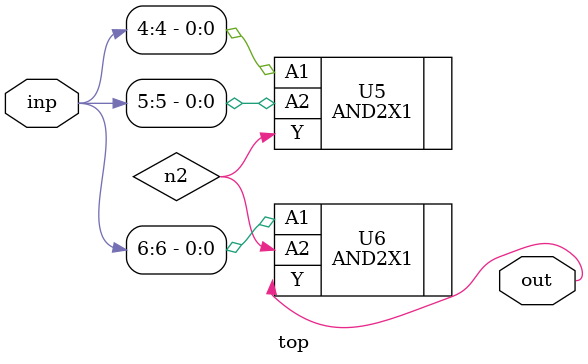
<source format=sv>


module top ( inp, out );
  input [6:0] inp;
  output out;
  wire   n2;

  AND2X1 U5 ( .A1(inp[4]), .A2(inp[5]), .Y(n2) );
  AND2X1 U6 ( .A1(inp[6]), .A2(n2), .Y(out) );
endmodule


</source>
